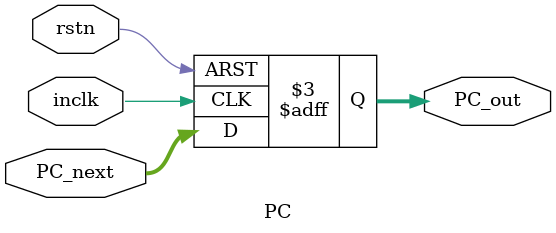
<source format=v>
module PC (
    input inclk, // Clock
    input rstn,   // Reset Signal

    input      [31:0] PC_next, // Next PC address
    output reg [31:0] PC_out   // Current PC address
);

    always @(posedge inclk, negedge rstn) begin
        if (!rstn) begin
            PC_out <= 32'b0;
        end else begin
            PC_out <= PC_next;
        end
    end

endmodule

</source>
